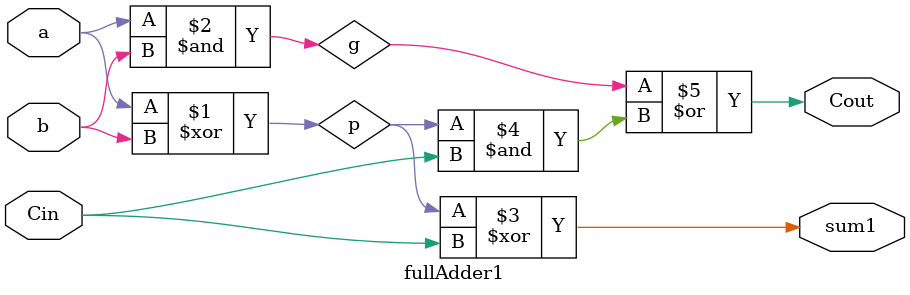
<source format=sv>
module fullAdder1 (
    input logic a,b,Cin,        // Entrada del primer número de 4 bits,Entrada del segundo número de 4 bits, Acarreo de entrada
    output logic sum1,Cout);   //Resultado de la suma, Acarreo de salida
                     
                
               
    // Variables internas
    logic p, g;

    // Proceso para calcular p y g
    
    assign p = a ^ b;               // p es la suma (a+b)
    assign g = a & b;               // g es la multiplicación (a*b)

    // Proceso para calcular las salidas
    assign sum1 = p ^ Cin;          // suma de (p+Cin)
    assign Cout = g | (p & Cin);    // Solución g+(p*Cin)

endmodule

</source>
